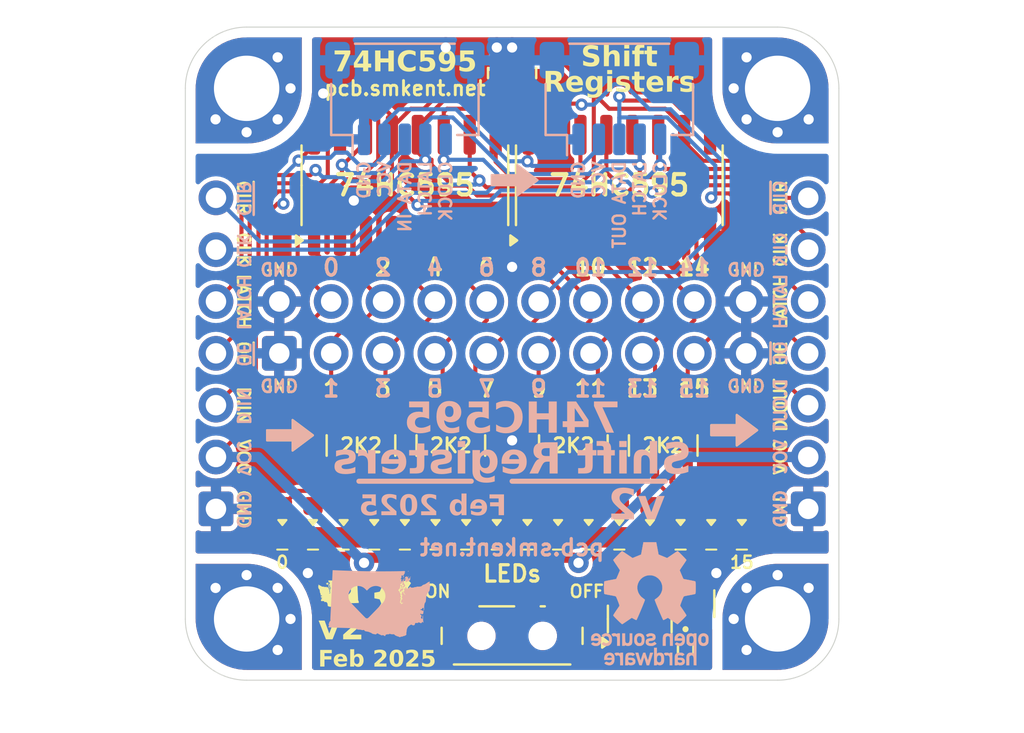
<source format=kicad_pcb>
(kicad_pcb (version 20240108) (generator "pcbnew") (generator_version "8.0")
  (layers (0 "F.Cu" signal) (31 "B.Cu" signal) (34 "B.Paste" user) (35 "F.Paste" user) (36 "B.SilkS" user "B.Silkscreen") (37 "F.SilkS" user "F.Silkscreen") (38 "B.Mask" user) (39 "F.Mask" user) (44 "Edge.Cuts" user))
  (net 0 "")
  (net 1 "Clear")
  (net 2 "OE")
  (net 3 "Latch")
  (net 4 "GND")
  (net 5 "VCC")
  (net 6 "Data")
  (net 7 "Clock")
  (net 8 "Data_Out")
  (net 9 "OUT12")
  (net 10 "OUT1")
  (net 11 "OUT4")
  (net 12 "OUT11")
  (net 13 "OUT2")
  (net 14 "OUT0")
  (net 15 "OUT9")
  (net 16 "OUT5")
  (net 17 "OUT13")
  (net 18 "OUT15")
  (net 19 "OUT14")
  (net 20 "OUT7")
  (net 21 "OUT10")
  (net 22 "OUT6")
  (net 23 "OUT8")
  (net 24 "OUT3")
  (net 25 "LED_GND")
  (net 26 "Net-(LED1-A)")
  (net 27 "Net-(LED2-A)")
  (net 28 "Net-(LED3-A)")
  (net 29 "Net-(LED4-A)")
  (net 30 "Net-(LED5-A)")
  (net 31 "Net-(LED6-A)")
  (net 32 "Net-(LED7-A)")
  (net 33 "Net-(LED8-A)")
  (net 34 "Net-(LED9-A)")
  (net 35 "Net-(LED10-A)")
  (net 36 "Net-(LED11-A)")
  (net 37 "Net-(LED12-A)")
  (net 38 "Net-(LED13-A)")
  (net 39 "Net-(LED14-A)")
  (net 40 "Net-(LED15-A)")
  (net 41 "Net-(LED16-A)")
  (net 42 "LED_GND_GATE_T")
  (net 43 "Data2")
  (footprint "discrete:LED_0603_1608Metric" (layer "F.Cu") (at 61.75 44.25 90)
    (property "Reference" "LED3" (hide yes))
    (property "Value" "LED")
  )
  (footprint "discrete:LED_0603_1608Metric" (layer "F.Cu") (at 58.75 44.25 90)
    (property "Reference" "LED1" (hide yes))
    (property "Value" "LED")
  )
  (footprint "discrete:LED_0603_1608Metric" (layer "F.Cu") (at 64.75 44.25 90)
    (property "Reference" "LED5" (hide yes))
    (property "Value" "LED")
  )
  (footprint "discrete:LED_0603_1608Metric" (layer "F.Cu") (at 76.75 44.25 90)
    (property "Reference" "LED13" (hide yes))
    (property "Value" "LED")
  )
  (footprint "discrete:R_Array_Convex_4x0402" (layer "F.Cu") (at 70 22.25 -90)
    (property "Reference" "RN0" (hide yes))
    (property "Value" "10K")
  )
  (footprint "mechanical:MountingHole_3.2mm_M3_5.4mm_Pad_Via_corner" (layer "F.Cu") (at 57 23 -90)
    (property "Reference" "REF**" (hide yes))
    (property "Value" "MountingHole_3.2mm_M3_5.4mm_Pad_Via_corner" (hide yes))
  )
  (footprint "graphics:oshw-logo-2mm" (layer "F.Cu") (at 64.25 47.75)
    (property "Reference" "G***" (hide yes))
    (property "Value" "LOGO" (hide yes))
  )
  (footprint "discrete:R_Array_Convex_4x0603_HandSolder" (layer "F.Cu") (at 77.4 40.5 90)
    (property "Reference" "RN4" (hide yes))
    (property "Value" "2K2")
  )
  (footprint "discrete:LED_0603_1608Metric" (layer "F.Cu") (at 69.25 44.25 90)
    (property "Reference" "LED8" (hide yes))
    (property "Value" "LED")
  )
  (footprint "connector:PinHeader_1x07_P2.54mm_Horizontal" (layer "F.Cu") (at 55.5 43.605 180)
    (property "Reference" "J1" (hide yes))
    (property "Value" "Pin headers")
  )
  (footprint "discrete:LED_0603_1608Metric" (layer "F.Cu") (at 63.25 44.25 90)
    (property "Reference" "LED4" (hide yes))
    (property "Value" "LED")
  )
  (footprint "discrete:R_Array_Convex_4x0603_HandSolder" (layer "F.Cu") (at 73 40.5 90)
    (property "Reference" "RN3" (hide yes))
    (property "Value" "2K2")
  )
  (footprint "Package_SO:SOIC-16_3.9x9.9mm_P1.27mm" (layer "F.Cu") (at 75.25 27.75 90)
    (property "Reference" "U2" (hide yes))
    (property "Value" "74HC595")
  )
  (footprint "discrete:LED_0603_1608Metric" (layer "F.Cu") (at 73.75 44.25 90)
    (property "Reference" "LED11" (hide yes))
    (property "Value" "LED")
  )
  (footprint "discrete:LED_0603_1608Metric" (layer "F.Cu") (at 78.25 44.25 90)
    (property "Reference" "LED14" (hide yes))
    (property "Value" "LED")
  )
  (footprint "discrete:LED_0603_1608Metric" (layer "F.Cu") (at 81.25 44.25 90)
    (property "Reference" "LED16" (hide yes))
    (property "Value" "LED")
  )
  (footprint "discrete:LED_0603_1608Metric" (layer "F.Cu") (at 60.25 44.25 90)
    (property "Reference" "LED2" (hide yes))
    (property "Value" "LED")
  )
  (footprint "package:SOT-523" (layer "F.Cu") (at 79 48.25 90)
    (property "Reference" "Q2" (hide yes))
    (property "Value" "G2N7002X")
  )
  (footprint "electromechanical:SW_SPDT_PCM12" (layer "F.Cu") (at 70 49.5)
    (property "Reference" "SW0" (hide yes))
    (property "Value" "SW_SPDT_MountingPin")
  )
  (footprint "discrete:LED_0603_1608Metric" (layer "F.Cu") (at 70.75 44.25 90)
    (property "Reference" "LED9" (hide yes))
    (property "Value" "LED")
  )
  (footprint "discrete:LED_0603_1608Metric" (layer "F.Cu") (at 66.25 44.25 90)
    (property "Reference" "LED6" (hide yes))
    (property "Value" "LED")
  )
  (footprint "connector:PinHeader_2x10_P2.54mm_Vertical" (layer "F.Cu") (at 58.6 35.985 90)
    (property "Reference" "J5" (hide yes))
    (property "Value" "Pin socket")
  )
  (footprint "discrete:LED_0603_1608Metric" (layer "F.Cu") (at 67.75 44.25 90)
    (property "Reference" "LED7" (hide yes))
    (property "Value" "LED")
  )
  (footprint "Package_TO_SOT_SMD:SOT-23" (layer "F.Cu") (at 76.25 49 90)
    (property "Reference" "Q1" (hide yes))
    (property "Value" "DMG6968U")
  )
  (footprint "mechanical:MountingHole_3.2mm_M3_5.4mm_Pad_Via_corner" (layer "F.Cu") (at 83 23 180)
    (property "Reference" "REF**" (hide yes))
    (property "Value" "MountingHole_3.2mm_M3_5.4mm_Pad_Via_corner" (hide yes))
  )
  (footprint "Package_SO:SOIC-16_3.9x9.9mm_P1.27mm" (layer "F.Cu") (at 64.75 27.75 90)
    (property "Reference" "U1" (hide yes))
    (property "Value" "74HC595")
  )
  (footprint "Resistor_SMD:R_0402_1005Metric" (layer "F.Cu") (at 78.5 50.5 -90)
    (property "Reference" "R1" (hide yes))
    (property "Value" "10K")
  )
  (footprint "graphics:wa-state-heart-2mm" (layer "F.Cu") (at 61.5 47.75)
    (property "Reference" "G***" (hide yes))
    (property "Value" "LOGO" (hide yes))
  )
  (footprint "discrete:LED_0603_1608Metric" (layer "F.Cu") (at 79.75 44.25 90)
    (property "Reference" "LED15" (hide yes))
    (property "Value" "LED")
  )
  (footprint "discrete:R_Array_Convex_4x0603_HandSolder" (layer "F.Cu") (at 62.6 40.5 90)
    (property "Reference" "RN1" (hide yes))
    (property "Value" "2K2")
  )
  (footprint "discrete:LED_0603_1608Metric" (layer "F.Cu") (at 75.25 44.25 90)
    (property "Reference" "LED12" (hide yes))
    (property "Value" "LED")
  )
  (footprint "connector:PinSocket_1x07_P2.54mm_Horizontal" (layer "F.Cu") (at 84.5 43.605 180)
    (property "Reference" "J2" (hide yes))
    (property "Value" "Pin socket")
  )
  (footprint "discrete:R_Array_Convex_4x0603_HandSolder" (layer "F.Cu") (at 67 40.5 90)
    (property "Reference" "RN2" (hide yes))
    (property "Value" "2K2")
  )
  (footprint "mechanical:MountingHole_3.2mm_M3_5.4mm_Pad_Via_corner" (layer "F.Cu") (at 83 49 90)
    (property "Reference" "REF**" (hide yes))
    (property "Value" "MountingHole_3.2mm_M3_5.4mm_Pad_Via_corner" (hide yes))
  )
  (footprint "discrete:LED_0603_1608Metric" (layer "F.Cu") (at 72.25 44.25 90)
    (property "Reference" "LED10" (hide yes))
    (property "Value" "LED")
  )
  (footprint "mechanical:MountingHole_3.2mm_M3_5.4mm_Pad_Via_corner" (layer "F.Cu") (at 57 49)
    (property "Reference" "REF**" (hide yes))
    (property "Value" "MountingHole_3.2mm_M3_5.4mm_Pad_Via_corner" (hide yes))
  )
  (footprint "connector:JST_SH_SM05B-SRSS-TB_1x05-1MP_P1.00mm_Horizontal" (layer "B.Cu") (at 64.75 23.5)
    (property "Reference" "J3")
    (property "Value" "JST SH")
  )
  (footprint "Symbol:OSHW-Logo_5.7x6mm_SilkScreen" (layer "B.Cu") (at 76.75 48.25 180)
    (property "Reference" "REF**" (hide yes))
    (property "Value" "OSHW-Logo_5.7x6mm_SilkScreen" (hide yes))
  )
  (footprint "graphics:wa-state-heart-5mm" (layer "B.Cu") (at 63.5 48.25 180)
    (property "Reference" "G***" (hide yes))
    (property "Value" "LOGO" (hide yes))
  )
  (footprint "connector:JST_SH_SM05B-SRSS-TB_1x05-1MP_P1.00mm_Horizontal" (layer "B.Cu") (at 75.25 23.5)
    (property "Reference" "J4")
    (property "Value" "JST SH")
  )
  (gr_poly (pts (xy 58 40.25) (xy 59.25 40.25) (xy 59.25 40.75) (xy 60.25 40) (xy 59.25 39.25) (xy 59.25 39.75) (xy 58 39.75)) (stroke (width 0.1)) (fill solid) (layer "B.SilkS"))
  (gr_line (start 62.5 42.25) (end 68 42.25) (stroke (width 0.25)) (layer "B.SilkS"))
  (gr_line (start 77.5 42.25) (end 70 42.25) (stroke (width 0.25)) (layer "B.SilkS"))
  (gr_poly (pts (xy 69 27.75) (xy 70.25 27.75) (xy 70.25 28.25) (xy 71.25 27.5) (xy 70.25 26.75) (xy 70.25 27.25) (xy 69 27.25)) (stroke (width 0.1)) (fill solid) (layer "B.SilkS"))
  (gr_poly (pts (xy 79.75 40) (xy 81 40) (xy 81 40.5) (xy 82 39.75) (xy 81 39) (xy 81 39.5) (xy 79.75 39.5)) (stroke (width 0.1)) (fill solid) (layer "B.SilkS"))
  (gr_poly (pts (xy 79.75 39.5) (xy 81 39.5) (xy 81 39) (xy 82 39.75) (xy 81 40.5) (xy 81 40) (xy 79.75 40)) (stroke (width 0.1)) (fill solid) (layer "F.SilkS"))
  (gr_poly (pts (xy 58 39.75) (xy 59.25 39.75) (xy 59.25 39.25) (xy 60.25 40) (xy 59.25 40.75) (xy 59.25 40.25) (xy 58 40.25)) (stroke (width 0.1)) (fill solid) (layer "F.SilkS"))
  (gr_arc (start 86 49) (mid 85.12132 51.12132) (end 83 52) (stroke (width 0.05)) (layer "Edge.Cuts"))
  (gr_line (start 54 49) (end 54 23) (stroke (width 0.05)) (layer "Edge.Cuts"))
  (gr_arc (start 54 23) (mid 54.87868 20.87868) (end 57 20) (stroke (width 0.05)) (layer "Edge.Cuts"))
  (gr_line (start 57 20) (end 83 20) (stroke (width 0.05)) (layer "Edge.Cuts"))
  (gr_arc (start 83 20) (mid 85.12132 20.87868) (end 86 23) (stroke (width 0.05)) (layer "Edge.Cuts"))
  (gr_arc (start 57 52) (mid 54.87868 51.12132) (end 54 49) (stroke (width 0.05)) (layer "Edge.Cuts"))
  (gr_line (start 86 23) (end 86 49) (stroke (width 0.05)) (layer "Edge.Cuts"))
  (gr_line (start 83 52) (end 57 52) (stroke (width 0.05)) (layer "Edge.Cuts"))
  (gr_text "CLOCK" (at 66.75 26.5 90) (layer "B.SilkS") (effects (font (size 0.6 0.6) (thickness 0.12) (bold yes)) (justify left mirror)))
  (gr_text "2" (at 63.68 32.25 0) (layer "B.SilkS") (effects (font (size 0.8 0.8) (thickness 0.16) (bold yes)) (justify bottom mirror)))
  (gr_text "pcb.smkent.net" (at 70 45.5 0) (layer "B.SilkS") (effects (font (size 0.8 0.8) (thickness 0.16) (bold yes)) (justify mirror)))
  (gr_text "12" (at 76.38 32.25 0) (layer "B.SilkS") (effects (font (size 0.8 0.8) (thickness 0.16) (bold yes)) (justify bottom mirror)))
  (gr_text "~{CLR}" (at 56.5 28.42 -90) (layer "B.SilkS") (effects (font (size 0.6 0.6) (thickness 0.12) (bold yes)) (justify bottom mirror)))
  (gr_text "7" (at 68.75 37.25 0) (layer "B.SilkS") (effects (font (size 0.8 0.8) (thickness 0.16) (bold yes)) (justify top mirror)))
  (gr_text "6" (at 68.75 32.25 0) (layer "B.SilkS") (effects (font (size 0.8 0.8) (thickness 0.16) (bold yes)) (justify bottom mirror)))
  (gr_text "Feb 2025" (at 62.5 43.5 0) (layer "B.SilkS") (effects (font (size 1 1) (thickness 0.2) (bold yes)) (justify right mirror)))
  (gr_text "~{CLR}" (at 83.5 28.365 90) (layer "B.SilkS") (effects (font (size 0.6 0.6) (thickness 0.12) (bold yes)) (justify bottom mirror)))
  (gr_text "GND" (at 73.25 26.5 90) (layer "B.SilkS") (effects (font (size 0.6 0.6) (thickness 0.12) (bold yes)) (justify left mirror)))
  (gr_text "0" (at 61.14 32.25 0) (layer "B.SilkS") (effects (font (size 0.8 0.8) (thickness 0.16) (bold yes)) (justify bottom mirror)))
  (gr_text "GND" (at 58.6 32.25 0) (layer "B.SilkS") (effects (font (size 0.6 0.6) (thickness 0.12) (bold yes)) (justify bottom mirror)))
  (gr_text "D.IN" (at 56.5 38.58 -90) (layer "B.SilkS") (effects (font (size 0.6 0.6) (thickness 0.12) (bold yes)) (justify bottom mirror)))
  (gr_text "GND" (at 81.46 32.25 0) (layer "B.SilkS") (effects (font (size 0.6 0.6) (thickness 0.12) (bold yes)) (justify bottom mirror)))
  (gr_text "13" (at 76.38 37.25 0) (layer "B.SilkS") (effects (font (size 0.8 0.8) (thickness 0.16) (bold yes)) (justify top mirror)))
  (gr_text "8" (at 71.3 32.25 0) (layer "B.SilkS") (effects (font (size 0.8 0.8) (thickness 0.16) (bold yes)) (justify bottom mirror)))
  (gr_text "GND" (at 62.75 26.5 90) (layer "B.SilkS") (effects (font (size 0.6 0.6) (thickness 0.12) (bold yes)) (justify left mirror)))
  (gr_text "1" (at 61.14 37.25 0) (layer "B.SilkS") (effects (font (size 0.8 0.8) (thickness 0.16) (bold yes)) (justify top mirror)))
  (gr_text "LATCH" (at 83.5 33.445 90) (layer "B.SilkS") (effects (font (size 0.6 0.6) (thickness 0.12) (bold yes)) (justify bottom mirror)))
  (gr_text "74HC595" (at 70 39.25 0) (layer "B.SilkS") (effects (font (size 1.5 1.5) (thickness 0.4) (bold yes)) (justify mirror)))
  (gr_text "VCC" (at 63.75 26.5 90) (layer "B.SilkS") (effects (font (size 0.6 0.6) (thickness 0.12) (bold yes)) (justify left mirror)))
  (gr_text "GND" (at 83.5 43.605 90) (layer "B.SilkS") (effects (font (size 0.6 0.6) (thickness 0.12) (bold yes)) (justify bottom mirror)))
  (gr_text "VCC" (at 74.25 26.5 90) (layer "B.SilkS") (effects (font (size 0.6 0.6) (thickness 0.12) (bold yes)) (justify left mirror)))
  (gr_text "~{OE}" (at 83.5 35.985 90) (layer "B.SilkS") (effects (font (size 0.6 0.6) (thickness 0.12) (bold yes)) (justify bottom mirror)))
  (gr_text "CLOCK" (at 77.25 26.5 90) (layer "B.SilkS") (effects (font (size 0.6 0.6) (thickness 0.12) (bold yes)) (justify left mirror)))
  (gr_text "4" (at 66.22 32.25 0) (layer "B.SilkS") (effects (font (size 0.8 0.8) (thickness 0.16) (bold yes)) (justify bottom mirror)))
  (gr_text "v2" (at 77.5 43.5 0) (layer "B.SilkS") (effects (font (size 1.5 1.5) (thickness 0.24) (bold yes)) (justify left mirror)))
  (gr_text "9" (at 71.3 37.25 0) (layer "B.SilkS") (effects (font (size 0.8 0.8) (thickness 0.16) (bold yes)) (justify top mirror)))
  (gr_text "14" (at 78.92 32.25 0) (layer "B.SilkS") (effects (font (size 0.8 0.8) (thickness 0.16) (bold yes)) (justify bottom mirror)))
  (gr_text "~{OE}" (at 56.5 36.04 -90) (layer "B.SilkS") (effects (font (size 0.6 0.6) (thickness 0.12) (bold yes)) (justify bottom mirror)))
  (gr_text "11" (at 73.84 37.25 0) (layer "B.SilkS") (effects (font (size 0.8 0.8) (thickness 0.16) (bold yes)) (justify top mirror)))
  (gr_text "LATCH" (at 76.25 26.5 90) (layer "B.SilkS") (effects (font (size 0.6 0.6) (thickness 0.12) (bold yes)) (justify left mirror)))
  (gr_text "15" (at 78.92 37.25 0) (layer "B.SilkS") (effects (font (size 0.8 0.8) (thickness 0.16) (bold yes)) (justify top mirror)))
  (gr_text "Shift Registers" (at 70 41.25 0) (layer "B.SilkS") (effects (font (size 1.5 1.5) (thickness 0.4) (bold yes)) (justify mirror)))
  (gr_text "GND" (at 58.6 37.25 0) (layer "B.SilkS") (effects (font (size 0.6 0.6) (thickness 0.12) (bold yes)) (justify top mirror)))
  (gr_text "CLK" (at 83.5 30.905 90) (layer "B.SilkS") (effects (font (size 0.6 0.6) (thickness 0.12) (bold yes)) (justify bottom mirror)))
  (gr_text "LATCH" (at 65.75 26.5 90) (layer "B.SilkS") (effects (font (size 0.6 0.6) (thickness 0.12) (bold yes)) (justify left mirror)))
  (gr_text "GND" (at 56.5 43.66 -90) (layer "B.SilkS") (effects (font (size 0.6 0.6) (thickness 0.12) (bold yes)) (justify bottom mirror)))
  (gr_text "10" (at 73.84 32.25 0) (layer "B.SilkS") (effects (font (size 0.8 0.8) (thickness 0.16) (bold yes)) (justify bottom mirror)))
  (gr_text "DATA IN" (at 64.75 26.5 90) (layer "B.SilkS") (effects (font (size 0.6 0.6) (thickness 0.12) (bold yes)) (justify left mirror)))
  (gr_text "VCC" (at 56.5 41.12 -90) (layer "B.SilkS") (effects (font (size 0.6 0.6) (thickness 0.12) (bold yes)) (justify bottom mirror)))
  (gr_text "D.OUT" (at 83.5 38.525 90) (layer "B.SilkS") (effects (font (size 0.6 0.6) (thickness 0.12) (bold yes)) (justify bottom mirror)))
  (gr_text "DATA OUT" (at 75.25 26.5 90) (layer "B.SilkS") (effects (font (size 0.6 0.6) (thickness 0.12) (bold yes)) (justify left mirror)))
  (gr_text "3" (at 63.68 37.25 0) (layer "B.SilkS") (effects (font (size 0.8 0.8) (thickness 0.16) (bold yes)) (justify top mirror)))
  (gr_text "CLK" (at 56.5 30.96 -90) (layer "B.SilkS") (effects (font (size 0.6 0.6) (thickness 0.12) (bold yes)) (justify bottom mirror)))
  (gr_text "LATCH" (at 56.5 33.5 -90) (layer "B.SilkS") (effects (font (size 0.6 0.6) (thickness 0.12) (bold yes)) (justify bottom mirror)))
  (gr_text "VCC" (at 83.5 41.065 90) (layer "B.SilkS") (effects (font (size 0.6 0.6) (thickness 0.12) (bold yes)) (justify bottom mirror)))
  (gr_text "5" (at 66.22 37.25 0) (layer "B.SilkS") (effects (font (size 0.8 0.8) (thickness 0.16) (bold yes)) (justify top mirror)))
  (gr_text "GND" (at 81.46 37.25 0) (layer "B.SilkS") (effects (font (size 0.6 0.6) (thickness 0.12) (bold yes)) (justify top mirror)))
  (gr_text "2" (at 63.68 32.25 0) (layer "F.SilkS") (effects (font (size 0.8 0.8) (thickness 0.16) (bold yes)) (justify bottom)))
  (gr_text "0" (at 61.14 32.25 0) (layer "F.SilkS") (effects (font (size 0.8 0.8) (thickness 0.16) (bold yes)) (justify bottom)))
  (gr_text "GND" (at 58.6 32.25 0) (layer "F.SilkS") (effects (font (size 0.6 0.6) (thickness 0.12) (bold yes)) (justify bottom)))
  (gr_text "GND" (at 81.46 37.25 0) (layer "F.SilkS") (effects (font (size 0.6 0.6) (thickness 0.12) (bold yes)) (justify top)))
  (gr_text "LEDs" (at 70 47.25 0) (layer "F.SilkS") (effects (font (size 0.8 0.8) (thickness 0.16) (bold yes)) (justify bottom)))
  (gr_text "4" (at 66.22 32.25 0) (layer "F.SilkS") (effects (font (size 0.8 0.8) (thickness 0.16) (bold yes)) (justify bottom)))
  (gr_text "VCC" (at 56.5 41.065 -90) (layer "F.SilkS") (effects (font (size 0.6 0.6) (thickness 0.12) (bold yes)) (justify bottom)))
  (gr_text "~{OE}" (at 83.5 35.985 90) (layer "F.SilkS") (effects (font (size 0.6 0.6) (thickness 0.12) (bold yes)) (justify bottom)))
  (gr_text "74HC595" (at 75.25 27.75 0) (layer "F.SilkS") (effects (font (size 1 1) (thickness 0.2) (bold yes))))
  (gr_text "LATCH" (at 56.5 33.445 -90) (layer "F.SilkS") (effects (font (size 0.6 0.6) (thickness 0.12) (bold yes)) (justify bottom)))
  (gr_text "D.OUT" (at 83.5 38.525 90) (layer "F.SilkS") (effects (font (size 0.6 0.6) (thickness 0.12) (bold yes)) (justify bottom)))
  (gr_text "7" (at 68.76 37.25 0) (layer "F.SilkS") (effects (font (size 0.8 0.8) (thickness 0.16) (bold yes)) (justify top)))
  (gr_text "74HC595" (at 64.75 27.75 0) (layer "F.SilkS") (effects (font (size 1 1) (thickness 0.2) (bold yes))))
  (gr_text "v2" (at 60.5 49.5 0) (layer "F.SilkS") (effects (font (size 1.2 1.2) (thickness 0.24) (bold yes)) (justify left)))
  (gr_text "9" (at 71.3 37.25 0) (layer "F.SilkS") (effects (font (size 0.8 0.8) (thickness 0.16) (bold yes)) (justify top)))
  (gr_text "GND" (at 58.6 37.25 0) (layer "F.SilkS") (effects (font (size 0.6 0.6) (thickness 0.12) (bold yes)) (justify top)))
  (gr_text "VCC" (at 83.5 41.065 90) (layer "F.SilkS") (effects (font (size 0.6 0.6) (thickness 0.12) (bold yes)) (justify bottom)))
  (gr_text "GND" (at 83.5 43.605 90) (layer "F.SilkS") (effects (font (size 0.6 0.6) (thickness 0.12) (bold yes)) (justify bottom)))
  (gr_text "~{CLR}" (at 56.5 28.365 -90) (layer "F.SilkS") (effects (font (size 0.6 0.6) (thickness 0.12) (bold yes)) (justify bottom)))
  (gr_text "12" (at 76.38 32.25 0) (layer "F.SilkS") (effects (font (size 0.8 0.8) (thickness 0.16) (bold yes)) (justify bottom)))
  (gr_text "~{OE}" (at 56.5 35.985 -90) (layer "F.SilkS") (effects (font (size 0.6 0.6) (thickness 0.12) (bold yes)) (justify bottom)))
  (gr_text "Registers" (at 75.25 22.75 0) (layer "F.SilkS") (effects (font (size 1 1) (thickness 0.4) (bold yes))))
  (gr_text "15" (at 81.25 45.875 0) (layer "F.SilkS") (effects (font (size 0.6 0.6) (thickness 0.12) (bold yes)) (justify top)))
  (gr_text "11" (at 73.84 37.25 0) (layer "F.SilkS") (effects (font (size 0.8 0.8) (thickness 0.16) (bold yes)) (justify top)))
  (gr_text "8" (at 71.3 32.25 0) (layer "F.SilkS") (effects (font (size 0.8 0.8) (thickness 0.16) (bold yes)) (justify bottom)))
  (gr_text "14" (at 78.92 32.25 0) (layer "F.SilkS") (effects (font (size 0.8 0.8) (thickness 0.16) (bold yes)) (justify bottom)))
  (gr_text "15" (at 78.92 37.25 0) (layer "F.SilkS") (effects (font (size 0.8 0.8) (thickness 0.16) (bold yes)) (justify top)))
  (gr_text "74HC595" (at 64.75 21.75 0) (layer "F.SilkS") (effects (font (size 1 1) (thickness 0.4) (bold yes))))
  (gr_text "3" (at 63.68 37.25 0) (layer "F.SilkS") (effects (font (size 0.8 0.8) (thickness 0.16) (bold yes)) (justify top)))
  (gr_text "5" (at 66.22 37.25 0) (layer "F.SilkS") (effects (font (size 0.8 0.8) (thickness 0.16) (bold yes)) (justify top)))
  (gr_text "CLK" (at 56.5 30.905 -90) (layer "F.SilkS") (effects (font (size 0.6 0.6) (thickness 0.12) (bold yes)) (justify bottom)))
  (gr_text "10" (at 73.84 32.25 0) (layer "F.SilkS") (effects (font (size 0.8 0.8) (thickness 0.16) (bold yes)) (justify bottom)))
  (gr_text "0" (at 58.75 45.875 0) (layer "F.SilkS") (effects (font (size 0.6 0.6) (thickness 0.12) (bold yes)) (justify top)))
  (gr_text "CLK" (at 83.5 30.905 90) (layer "F.SilkS") (effects (font (size 0.6 0.6) (thickness 0.12) (bold yes)) (justify bottom)))
  (gr_text "ON" (at 66.35 48 0) (layer "F.SilkS") (effects (font (size 0.6 0.6) (thickness 0.12) (bold yes)) (justify bottom)))
  (gr_text "D.IN" (at 56.5 38.525 -90) (layer "F.SilkS") (effects (font (size 0.6 0.6) (thickness 0.12) (bold yes)) (justify bottom)))
  (gr_text "GND" (at 81.46 32.25 0) (layer "F.SilkS") (effects (font (size 0.6 0.6) (thickness 0.12) (bold yes)) (justify bottom)))
  (gr_text "Shift" (at 75.25 21.5 0) (layer "F.SilkS") (effects (font (size 1 1) (thickness 0.4) (bold yes))))
  (gr_text "Feb 2025" (at 60.5 51 0) (layer "F.SilkS") (effects (font (size 0.8 0.8) (thickness 0.2) (bold yes)) (justify left)))
  (gr_text "~{CLR}" (at 83.5 28.365 90) (layer "F.SilkS") (effects (font (size 0.6 0.6) (thickness 0.12) (bold yes)) (justify bottom)))
  (gr_text "1" (at 61.14 37.25 0) (layer "F.SilkS") (effects (font (size 0.8 0.8) (thickness 0.16) (bold yes)) (justify top)))
  (gr_text "13" (at 76.38 37.25 0) (layer "F.SilkS") (effects (font (size 0.8 0.8) (thickness 0.16) (bold yes)) (justify top)))
  (gr_text "6" (at 68.76 32.25 0) (layer "F.SilkS") (effects (font (size 0.8 0.8) (thickness 0.16) (bold yes)) (justify bottom)))
  (gr_text "OFF" (at 73.65 48 0) (layer "F.SilkS") (effects (font (size 0.6 0.6) (thickness 0.12) (bold yes)) (justify bottom)))
  (gr_text "LATCH" (at 83.5 33.445 90) (layer "F.SilkS") (effects (font (size 0.6 0.6) (thickness 0.12) (bold yes)) (justify bottom)))
  (gr_text "pcb.smkent.net" (at 64.75 23 0) (layer "F.SilkS") (effects (font (size 0.7 0.7) (thickness 0.14) (bold yes))))
  (gr_text "GND" (at 56.5 43.605 -90) (layer "F.SilkS") (effects (font (size 0.6 0.6) (thickness 0.12) (bold yes)) (justify bottom)))
  (segment (start 68.4 27.5163) (end 67.925 27.0413) (width 0.2) (layer "F.Cu") (net 1))
  (segment (start 83.115 28.365) (end 84.5 28.365) (width 0.2) (layer "F.Cu") (net 1))
  (segment (start 67.925 27.0413) (end 67.925 25.275) (width 0.2) (layer "F.Cu") (net 1))
  (segment (start 72.5 21.75) (end 74 23.25) (width 0.2) (layer "F.Cu") (net 1))
  (segment (start 74 27) (end 74 23.25) (width 0.2) (layer "F.Cu") (net 1))
  (segment (start 68.7337 27.85) (end 73.15 27.85) (width 0.2) (layer "F.Cu") (net 1))
  (segment (start 78.425 25.620552) (end 79.354448 26.55) (width 0.2) (layer "F.Cu") (net 1))
  (segment (start 77.495552 24) (end 78.425 24.929448) (width 0.2) (layer "F.Cu") (net 1))
  (segment (start 68.4 27.5163) (end 68.7337 27.85) (width 0.2) (layer "F.Cu") (net 1))
  (segment (start 78.425 24.929448) (end 78.425 25.275) (width 0.2) (layer "F.Cu") (net 1))
  (segment (start 78.425 25.275) (end 78.425 25.620552) (width 0.2) (layer "F.Cu") (net 1))
  (segment (start 70.75 21.75) (end 72.5 21.75) (width 0.2) (layer "F.Cu") (net 1))
  (segment (start 81.3 26.55) (end 83.115 28.365) (width 0.2) (layer "F.Cu") (net 1))
  (segment (start 79.354448 26.55) (end 81.3 26.55) (width 0.2) (layer "F.Cu") (net 1))
  (segment (start 74 23.25) (end 74.75 24) (width 0.2) (layer "F.Cu") (net 1))
  (segment (start 74.75 24) (end 77.495552 24) (width 0.2) (layer "F.Cu") (net 1))
  (segment (start 73.15 27.85) (end 74 27) (width 0.2) (layer "F.Cu") (net 1))
  (via (at 68.4 27.5163) (size 0.6) (drill 0.3) (layers "F.Cu" "B.Cu") (net 1))
  (segment (start 68.4 27.5163) (end 68.2 27.7163) (width 0.2) (layer "B.Cu") (net 1))
  (segment (start 57.64 30.505) (end 55.5 28.365) (width 0.2) (layer "B.Cu") (net 1))
  (segment (start 64.953555 27.7163) (end 62.164855 30.505) (width 0.2) (layer "B.Cu") (net 1))
  (segment (start 62.164855 30.505) (end 57.64 30.505) (width 0.2) (layer "B.Cu") (net 1))
  (segment (start 68.2 27.7163) (end 64.953555 27.7163) (width 0.2) (layer "B.Cu") (net 1))
  (segment (start 83.35 34.835) (end 84.5 35.985) (width 0.2) (layer "F.Cu") (net 2))
  (segment (start 74.615 25.275) (end 74.615 27.10673) (width 0.2) (layer "F.Cu") (net 2))
  (segment (start 69.25 22.75) (end 68.8 23.2) (width 0.2) (layer "F.Cu") (net 2))
  (segment (start 56.65 32.165686) (end 57.15 31.665686) (width 0.2) (layer "F.Cu") (net 2))
  (segment (start 57.15 28.884314) (end 58.384314 27.65) (width 0.2) (layer "F.Cu") (net 2))
  (segment (start 58.384314 27.65) (end 60.6 27.65) (width 0.2) (layer "F.Cu") (net 2))
  (segment (start 55.5 35.985) (end 56.65 34.835) (width 0.2) (layer "F.Cu") (net 2))
  (segment (start 56.65 34.835) (end 56.65 32.165686) (width 0.2) (layer "F.Cu") (net 2))
  (segment (start 57.15 31.665686) (end 57.15 28.884314) (width 0.2) (layer "F.Cu") (net 2))
  (segment (start 66.484314 23.2) (end 65.684314 24) (width 0.2) (layer "F.Cu") (net 2))
  (segment (start 82.95 29.897058) (end 82.95 32.460686) (width 0.2) (layer "F.Cu") (net 2))
  (segment (start 83.35 32.860686) (end 83.35 34.835) (width 0.2) (layer "F.Cu") (net 2))
  (segment (start 64.115 24.363762) (end 64.115 25.275) (width 0.2) (layer "F.Cu") (net 2))
  (segment (start 61.634448 23.6) (end 63.351238 23.6) (width 0.2) (layer "F.Cu") (net 2))
  (segment (start 82.95 32.460686) (end 83.35 32.860686) (width 0.2) (layer "F.Cu") (net 2))
  (segment (start 64.115 27.46353) (end 64.115 25.275) (width 0.2) (layer "F.Cu") (net 2))
  (segment (start 68.8 23.2) (end 66.484314 23.2) (width 0.2) (layer "F.Cu") (net 2))
  (segment (start 65.36777 28.7163) (end 64.115 27.46353) (width 0.2) (layer "F.Cu") (net 2))
  (segment (start 80.802942 27.75) (end 82.95 29.897058) (width 0.2) (layer "F.Cu") (net 2))
  (segment (start 74.615 27.10673) (end 75.08327 27.575) (width 0.2) (layer "F.Cu") (net 2))
  (segment (start 63.351238 23.6) (end 64.115 24.363762) (width 0.2) (layer "F.Cu") (net 2))
  (segment (start 65.044448 24) (end 64.115 24.929448) (width 0.2) (layer "F.Cu") (net 2))
  (segment (start 65.684314 24) (end 65.044448 24) (width 0.2) (layer "F.Cu") (net 2))
  (segment (start 60.975 24.259448) (end 61.634448 23.6) (width 0.2) (layer "F.Cu") (net 2))
  (segment (start 77.210674 27.75) (end 80.802942 27.75) (width 0.2) (layer "F.Cu") (net 2))
  (segment (start 60.6 27.65) (end 60.975 27.275) (width 0.2) (layer "F.Cu") (net 2))
  (segment (start 64.115 24.929448) (end 64.115 25.275) (width 0.2) (layer "F.Cu") (net 2))
  (segment (start 76.860674 28.1) (end 77.210674 27.75) (width 0.2) (layer "F.Cu") (net 2))
  (segment (start 60.975 27.275) (end 60.975 24.259448) (width 0.2) (layer "F.Cu") (net 2))
  (via (at 75.08327 27.575) (size 0.6) (drill 0.3) (layers "F.Cu" "B.Cu") (net 2))
  (via (at 76.860674 28.1) (size 0.6) (drill 0.3) (layers "F.Cu" "B.Cu") (net 2))
  (via (at 65.36777 28.7163) (size 0.6) (drill 0.3) (layers "F.Cu" "B.Cu") (net 2))
  (segment (start 75.08327 27.575) (end 75.660785 27.575) (width 0.2) (layer "B.Cu") (net 2))
  (segment (start 75.08327 27.575) (end 74.507157 27.575) (width 0.2) (layer "B.Cu") (net 2))
  (segment (start 75.835785 27.75) (end 76.510674 27.75) (width 0.2) (layer "B.Cu") (net 2))
  (segment (start 75.660785 27.575) (end 75.835785 27.75) (width 0.2) (layer "B.Cu") (net 2))
  (segment (start 76.510674 27.75) (end 76.860674 28.1) (width 0.2) (layer "B.Cu") (net 2))
  (segment (start 74.082157 28) (end 69.439215 28) (width 0.2) (layer "B.Cu") (net 2))
  (segment (start 69.439215 28) (end 68.922915 28.5163) (width 0.2) (layer "B.Cu") (net 2))
  (segment (start 74.507157 27.575) (end 74.082157 28) (width 0.2) (layer "B.Cu") (net 2))
  (segment (start 68.922915 28.5163) (end 65.56777 28.5163) (width 0.2) (layer "B.Cu") (net 2))
  (segment (start 65.56777 28.5163) (end 65.36777 28.7163) (width 0.2) (layer "B.Cu") (net 2))
  (segment (start 66.65 23.6) (end 69.35 23.6) (width 0.2) (layer "F.Cu") (net 3))
  (segment (start 75.5 28.25) (end 76.25 27.5) (width 0.2) (layer "F.Cu") (net 3))
  (segment (start 56.25 32.695) (end 55.5 33.445) (width 0.2) (layer "F.Cu") (net 3))
  (segment (start 65.385 25.275) (end 65.385 24.865) (width 0.2) (layer "F.Cu") (net 3))
  (segment (start 56.25 32) (end 56.25 32.695) (width 0.2) (layer "F.Cu") (net 3))
  (segment (start 66.055 26.5) (end 66.055 26.748529) (width 0.2) (layer "F.Cu") (net 3))
  (segment (start 84.5 33.445) (end 83.35 32.295) (width 0.2) (layer "F.Cu") (net 3))
  (segment (start 76.25 25.64) (end 75.885 25.275) (width 0.2) (layer "F.Cu") (net 3))
  (segment (start 58.218628 27.25) (end 56.75 28.718628) (width 0.2) (layer "F.Cu") (net 3))
  (segment (start 76.25 26.75) (end 76.25 27.5) (width 0.2) (layer "F.Cu") (net 3))
  (segment (start 65.385 26.135) (end 65.385 25.275) (width 0.2) (layer "F.Cu") (net 3))
  (segment (start 67.0713 27.764829) (end 67.8 27.764829) (width 0.2) (layer "F.Cu") (net 3))
  (segment (start 65.75 26.5) (end 66.055 26.5) (width 0.2) (layer "F.Cu") (net 3))
  (segment (start 83.35 29.731372) (end 80.968628 27.35) (width 0.2) (layer "F.Cu") (net 3))
  (segment (start 66.055 26.748529) (end 67.0713 27.764829) (width 0.2) (layer "F.Cu") (net 3))
  (segment (start 56.75 31.5) (end 56.25 32) (width 0.2) (layer "F.Cu") (net 3))
  (segment (start 68.285171 28.25) (end 75.5 28.25) (width 0.2) (layer "F.Cu") (net 3))
  (segment (start 76.25 26.75) (end 76.25 25.64) (width 0.2) (layer "F.Cu") (net 3))
  (segment (start 56.75 28.718628) (end 56.75 31.5) (width 0.2) (layer "F.Cu") (net 3))
  (segment (start 65.385 24.865) (end 66.65 23.6) (width 0.2) (layer "F.Cu") (net 3))
  (segment (start 60.125736 27.25) (end 58.218628 27.25) (width 0.2) (layer "F.Cu") (net 3))
  (segment (start 65.75 26.5) (end 65.385 26.135) (width 0.2) (layer "F.Cu") (net 3))
  (segment (start 69.35 23.6) (end 69.75 23.2) (width 0.2) (layer "F.Cu") (net 3))
  (segment (start 80.968628 27.35) (end 76.4 27.35) (width 0.2) (layer "F.Cu") (net 3))
  (segment (start 76.4 27.35) (end 76.25 27.5) (width 0.2) (layer "F.Cu") (net 3))
  (segment (start 60.375 27.000736) (end 60.125736 27.25) (width 0.2) (layer "F.Cu") (net 3))
  (segment (start 83.35 32.295) (end 83.35 29.731372) (width 0.2) (layer "F.Cu") (net 3))
  (segment (start 69.75 23.2) (end 69.75 22.75) (width 0.2) (layer "F.Cu") (net 3))
  (segment (start 67.8 27.764829) (end 68.285171 28.25) (width 0.2) (layer "F.Cu") (net 3))
  (via (at 76.25 26.75) (size 0.6) (drill 0.3) (layers "F.Cu" "B.Cu") (net 3))
  (via (at 65.75 26.5) (size 0.6) (drill 0.3) (layers "F.Cu" "B.Cu") (net 3))
  (via (at 60.375 27.000736) (size 0.6) (drill 0.3) (layers "F.Cu" "B.Cu") (net 3))
  (segment (start 76.25 26.75) (end 76.075 26.575) (width 0.2) (layer "B.Cu") (net 3))
  (segment (start 63.681238 27.55) (end 64.656238 26.575) (width 0.2) (layer "B.Cu") (net 3))
  (segment (start 60.375 27.000736) (end 60.724263 27.349999) (width 0.2) (layer "B.Cu") (net 3))
  (segment (start 60.724263 27.349999) (end 61.701625 27.349999) (width 0.2) (layer "B.Cu") (net 3))
  (segment (start 65.75 24.75) (end 65.75 25.5) (width 0.2) (layer "B.Cu") (net 3))
  (segment (start 61.901626 27.55) (end 63.681238 27.55) (width 0.2) (layer "B.Cu") (net 3))
  (segment (start 65.675 26.575) (end 65.75 26.5) (width 0.2) (layer "B.Cu") (net 3))
  (segment (start 65.75 26.5) (end 65.75 25.5) (width 0.2) (layer "B.Cu") (net 3))
  (segment (start 64.656238 26.575) (end 65.675 26.575) (width 0.2) (layer "B.Cu") (net 3))
  (segment (start 74.375785 26.575) (end 73.750785 27.2) (width 0.2) (layer "B.Cu") (net 3))
  (segment (start 69.865552 27.2) (end 67.090552 24.425) (width 0.2) (layer "B.Cu") (net 3))
  (segment (start 76.075 26.575) (end 74.375785 26.575) (width 0.2) (layer "B.Cu") (net 3))
  (segment (start 66.075 24.425) (end 65.75 24.75) (width 0.2) (layer "B.Cu") (net 3))
  (segment (start 67.090552 24.425) (end 66.075 24.425) (width 0.2) (layer "B.Cu") (net 3))
  (segment (start 73.750785 27.2) (end 69.865552 27.2) (width 0.2) (layer "B.Cu") (net 3))
  (segment (start 76.25 25.5) (end 76.25 26.75) (width 0.2) (layer "B.Cu") (net 3))
  (segment (start 61.701625 27.349999) (end 61.901626 27.55) (width 0.2) (layer "B.Cu") (net 3))
  (segment (start 69.775 30.225) (end 70 30) (width 0.2) (layer "F.Cu") (net 4))
  (segment (start 79.5 49.5) (end 79 49.5) (width 0.2) (layer "F.Cu") (net 4))
  (segment (start 68.525 30.25) (end 68.525 29.025) (width 0.2) (layer "F.Cu") (net 4))
  (segment (start 68.525 30.225) (end 68.525 30.25) (width 0.2) (layer "F.Cu") (net 4))
  (segment (start 79.5 48.895) (end 79.5 49.5) (width 0.2) (layer "F.Cu") (net 4))
  (segment (start 69.195 30.225) (end 69.775 30.225) (width 0.2) (layer "F.Cu") (net 4))
  (segment (start 79.695 29.005) (end 79.75 28.95) (width 0.2) (layer "F.Cu") (net 4))
  (segment (start 70.25 21.75) (end 70.25 22.25) (width 0.2) (layer "F.Cu") (net 4))
  (segment (start 79.025 30.25) (end 79.025 31.240552) (width 0.2) (layer "F.Cu") (net 4))
  (segment (start 79.25 28.75) (end 79.45 28.95) (width 0.2) (layer "F.Cu") (net 4))
  (segment (start 79.695 29.695) (end 79.695 30.225) (width 0.2) (layer "F.Cu") (net 4))
  (segment (start 79.025 30.25) (end 79.025 29.025) (width 0.2) (layer "F.Cu") (net 4))
  (segment (start 79.05 30.225) (end 79.025 30.25) (width 0.2) (layer "F.Cu") (net 4))
  (segment (start 69.25 21.75) (end 69.25 22.25) (width 0.2) (layer "F.Cu") (net 4))
  (segment (start 68.525 31.017968) (end 69.128516 31.621484) (width 0.2) (layer "F.Cu") (net 4))
  (segment (start 79 49.5) (end 79 48.25) (width 0.2) (layer "F.Cu") (net 4))
  (segment (start 69.75 22.25) (end 70.25 22.25) (width 0.2) (layer "F.Cu") (net 4))
  (segment (start 79.695 30.225) (end 79.695 29.005) (width 0.2) (layer "F.Cu") (net 4))
  (segment (start 77.2 49.9375) (end 77.6875 49.9375) (width 0.2) (layer "F.Cu") (net 4))
  (segment (start 69.25 22.25) (end 68.25 22.25) (width 0.2) (layer "F.Cu") (net 4))
  (segment (start 69.25 22.25) (end 69.75 22.25) (width 0.2) (layer "F.Cu") (net 4))
  (segment (start 70 30) (end 70 29) (width 0.2) (layer "F.Cu") (net 4))
  (segment (start 79 48.25) (end 79.5 48.25) (width 0.2) (layer "F.Cu") (net 4))
  (segment (start 79.025 29.025) (end 78.75 28.75) (width 0.2) (layer "F.Cu") (net 4))
  (segment (start 78.75 28.75) (end 79.695 29.695) (width 0.2) (layer "F.Cu") (net 4))
  (segment (start 70.25 22.25) (end 71.75 22.25) (width 0.2) (layer "F.Cu") (net 4))
  (segment (start 68.525 30.225) (end 68.525 31.017968) (width 0.2) (layer "F.Cu") (net 4))
  (segment (start 78.75 28.75) (end 79.25 28.75) (width 0.2) (layer "F.Cu") (net 4))
  (segment (start 69.75 21.75) (end 69.75 22.25) (width 0.2) (layer "F.Cu") (net 4))
  (segment (start 77.88 50.13) (end 77.88 50.88) (width 0.2) (layer "F.Cu") (net 4))
  (segment (start 69.195 30.225) (end 68.525 30.225) (width 0.2) (layer "F.Cu") (net 4))
  (segment (start 79.695 30.225) (end 79.05 30.225) (width 0.2) (layer "F.Cu") (net 4))
  (segment (start 70.25 28.75) (end 78.75 28.75) (width 0.2) (layer "F.Cu") (net 4))
  (segment (start 70 29) (end 70.25 28.75) (width 0.2) (layer "F.Cu") (net 4))
  (segment (start 79.45 28.95) (end 79.75 28.95) (width 0.2) (layer "F.Cu") (net 4))
  (segment (start 79.75 28.95) (end 80.3 28.95) (width 0.2) (layer "F.Cu") (net 4))
  (segment (start 77.6875 49.9375) (end 77.88 50.13) (width 0.2) (layer "F.Cu") (net 4))
  (via (at 66.75 21) (size 1) (drill 0.5) (layers "F.Cu" "B.Cu") (net 4))
  (via (at 70 31.75) (size 1) (drill 0.5) (layers "F.Cu" "B.Cu") (net 4))
  (via (at 80 46.75) (size 1) (drill 0.5) (layers "F.Cu" "B.Cu") (net 4))
  (via (at 69.25 21) (size 1) (drill 0.5) (layers "F.Cu" "B.Cu") (net 4))
  (via (at 60.75 23.25) (size 1) (drill 0.5) (layers "F.Cu" "B.Cu") (net 4))
  (via (at 62.25 28.5) (size 1) (drill 0.5) (layers "F.Cu" "B.Cu") (net 4))
  (via (at 70 40.25) (size 1) (drill 0.5) (layers "F.Cu" "B.Cu") (net 4))
  (via (at 60 46.75) (size 1) (drill 0.5) (layers "F.Cu" "B.Cu") (net 4))
  (via (at 70 21) (size 1) (drill 0.5) (layers "F.Cu" "B.Cu") (net 4))
  (segment (start 67.5 46) (end 67.75 46) (width 0.5) (layer "F.Cu") (net 5))
  (segment (start 70.805 26.52) (end 70.75 26.575) (width 0.2) (layer "F.Cu") (net 5))
  (segment (start 60.305 25.275) (end 60.305 25.78239) (width 0.2) (layer "F.Cu") (net 5))
  (segment (start 60.305 25.78239) (end 59.543695 26.543695) (width 0.2) (layer "F.Cu") (net 5))
  (segment (start 62.75 46.25) (end 63 46) (width 0.5) (layer "F.Cu") (net 5))
  (segment (start 73 46) (end 67.5 46) (width 0.5) (layer "F.Cu") (net 5))
  (segment (start 70.75 22.75) (end 70.805 22.805) (width 0.2) (layer "F.Cu") (net 5))
  (segment (start 67.75 46) (end 67.75 48.07) (width 0.5) (layer "F.Cu") (net 5))
  (segment (start 63 46) (end 67.5 46) (width 0.5) (layer "F.Cu") (net 5))
  (segment (start 73.25 46.25) (end 73 46) (width 0.5) (layer "F.Cu") (net 5))
  (segment (start 58.515686 28.65) (end 57.981372 29.184314) (width 0.2) (layer "F.Cu") (net 5))
  (segment (start 70.805 25.275) (end 70.805 26.52) (width 0.2) (layer "F.Cu") (net 5))
  (segment (start 57.981372 29.184314) (end 57.981372 31.965686) (width 0.2) (layer "F.Cu") (net 5))
  (segment (start 57.45 32.497058) (end 57.45 39.115) (width 0.2) (layer "F.Cu") (net 5))
  (segment (start 57.981372 31.965686) (end 57.45 32.497058) (width 0.2) (layer "F.Cu") (net 5))
  (segment (start 70.805 22.805) (end 70.805 25.275) (width 0.2) (layer "F.Cu") (net 5))
  (segment (start 58.8 28.65) (end 58.515686 28.65) (width 0.2) (layer "F.Cu") (net 5))
  (segment (start 57.45 39.115) (end 55.5 41.065) (width 0.2) (layer "F.Cu") (net 5))
  (via (at 62.75 46.25) (size 1) (drill 0.5) (layers "F.Cu" "B.Cu") (net 5))
  (via (at 58.8 28.65) (size 0.6) (drill 0.3) (layers "F.Cu" "B.Cu") (net 5))
  (via (at 73.25 46.25) (size 1) (drill 0.5) (layers "F.Cu" "B.Cu") (net 5))
  (via (at 70.75 26.575) (size 0.6) (drill 0.3) (layers "F.Cu" "B.Cu") (net 5))
  (via (at 59.543695 26.543695) (size 0.6) (drill 0.3) (layers "F.Cu" "B.Cu") (net 5))
  (segment (start 61.91584 26.149999) (end 62.515841 26.75) (width 0.2) (layer "B.Cu") (net 5))
  (segment (start 63.75 24.725001) (end 63.75 25.5) (width 0.2) (layer "B.Cu") (net 5))
  (segment (start 61.350001 26.149999) (end 61.91584 26.149999) (width 0.2) (layer "B.Cu") (net 5))
  (segment (start 63.274999 26.75) (end 63.75 26.274999) (width 0.2) (layer "B.Cu") (net 5))
  (segment (start 70.975 26.8) (end 70.75 26.575) (width 0.2) (layer "B.Cu") (net 5))
  (segment (start 74.25 25.5) (end 74.25 25.915552) (width 0.2) (layer "B.Cu") (net 5))
  (segment (start 59.686653 26.400736) (end 61.099264 26.400736) (width 0.2) (layer "B.Cu") (net 5))
  (segment (start 58.8 27.287389) (end 59.543695 26.543695) (width 0.2) (layer "B.Cu") (net 5))
  (segment (start 67.256238 24.025) (end 64.450001 24.025) (width 0.2) (layer "B.Cu") (net 5))
  (segment (start 64.450001 24.025) (end 63.75 24.725001) (width 0.2) (layer "B.Cu") (net 5))
  (segment (start 58.8 28.65) (end 58.8 27.287389) (width 0.2) (layer "B.Cu") (net 5))
  (segment (start 59.543695 26.543695) (end 59.686653 26.400736) (width 0.2) (layer "B.Cu") (net 5))
  (segment (start 69.806238 26.575) (end 67.256238 24.025) (width 0.2) (layer "B.Cu") (net 5))
  (segment (start 73.25 46.25) (end 78.435 41.065) (width 0.5) (layer "B.Cu") (net 5))
  (segment (start 62.75 46.25) (end 57.565 41.065) (width 0.5) (layer "B.Cu") (net 5))
  (segment (start 74.25 25.915552) (end 73.365552 26.8) (width 0.2) (layer "B.Cu") (net 5))
  (segment (start 78.435 41.065) (end 84.5 41.065) (width 0.5) (layer "B.Cu") (net 5))
  (segment (start 62.515841 26.75) (end 63.274999 26.75) (width 0.2) (layer "B.Cu") (net 5))
  (segment (start 57.565 41.065) (end 55.5 41.065) (width 0.5) (layer "B.Cu") (net 5))
  (segment (start 73.365552 26.8) (end 70.975 26.8) (width 0.2) (layer "B.Cu") (net 5))
  (segment (start 70.75 26.575) (end 69.806238 26.575) (width 0.2) (layer "B.Cu") (net 5))
  (segment (start 63.75 26.274999) (end 63.75 25.5) (width 0.2) (layer "B.Cu") (net 5))
  (segment (start 61.099264 26.400736) (end 61.350001 26.149999) (width 0.2) (layer "B.Cu") (net 5))
  (segment (start 58.55 28.05) (end 57.581372 29.018628) (width 0.2) (layer "F.Cu") (net 6))
  (segment (start 61.667311 27.148375) (end 60.765686 28.05) (width 0.2) (layer "F.Cu") (net 6))
  (segment (start 60.765686 28.05) (end 58.55 28.05) (width 0.2) (layer "F.Cu") (net 6))
  (segment (start 57.05 32.331372) (end 57.05 36.975) (width 0.2) (layer "F.Cu") (net 6))
  (segment (start 57.05 36.975) (end 55.5 38.525) (width 0.2) (layer "F.Cu") (net 6))
  (segment (start 57.581372 31.8) (end 57.05 32.331372) (width 0.2) (layer "F.Cu") (net 6))
  (segment (start 61.667311 26.749999) (end 61.715553 26.749999) (width 0.2) (layer "F.Cu") (net 6))
  (segment (start 57.581372 29.018628) (end 57.581372 31.8) (width 0.2) (layer "F.Cu") (net 6))
  (segment (start 61.667311 26.749999) (end 61.667311 27.148375) (width 0.2) (layer "F.Cu") (net 6))
  (segment (start 61.715553 26.749999) (end 62.845 25.620552) (width 0.2) (layer "F.Cu") (net 6))
  (segment (start 62.845 25.620552) (end 62.845 25.275) (width 0.2) (layer "F.Cu") (net 6))
  (via (at 61.667311 26.749999) (size 0.6) (drill 0.3) (layers "F.Cu" "B.Cu") (net 6))
  (segment (start 64.75 25.915552) (end 64.75 25.5) (width 0.2) (layer "B.Cu") (net 6))
  (segment (start 61.667311 26.749999) (end 62.067312 27.15) (width 0.2) (layer "B.Cu") (net 6))
  (segment (start 63.515552 27.15) (end 64.75 25.915552) (width 0.2) (layer "B.Cu") (net 6))
  (segment (start 62.067312 27.15) (end 63.515552 27.15) (width 0.2) (layer "B.Cu") (net 6))
  (segment (start 70.25 22.75) (end 70.25 23.265686) (width 0.2) (layer "F.Cu") (net 7))
  (segment (start 66.815686 24) (end 66.655 24.160686) (width 0.2) (layer "F.Cu") (net 7))
  (segment (start 84.5 30.315686) (end 84.5 30.905) (width 0.2) (layer "F.Cu") (net 7))
  (segment (start 81.134314 26.95) (end 84.5 30.315686) (width 0.2) (layer "F.Cu") (net 7))
  (segment (start 70.25 23.265686) (end 69.515686 24) (width 0.2) (layer "F.Cu") (net 7))
  (segment (start 77.155 25.275) (end 77.155 26.655) (width 0.2) (layer "F.Cu") (net 7))
  (segment (start 69.515686 24) (end 66.815686 24) (width 0.2) (layer "F.Cu") (net 7))
  (segment (start 77.155 26.655) (end 77.25 26.75) (width 0.2) (layer "F.Cu") (net 7))
  (segment (start 77.45 26.95) (end 81.134314 26.95) (width 0.2) (layer "F.Cu") (net 7))
  (segment (start 77.25 26.75) (end 77.45 26.95) (width 0.2) (layer "F.Cu") (net 7))
  (segment (start 66.655 24.160686) (end 66.655 25.275) (width 0.2) (layer "F.Cu") (net 7))
  (segment (start 66.655 25.275) (end 66.655 26.5) (width 0.2) (layer "F.Cu") (net 7))
  (via (at 66.655 26.5) (size 0.6) (drill 0.3) (layers "F.Cu" "B.Cu") (net 7))
  (via (at 77.25 26.75) (size 0.6) (drill 0.3) (layers "F.Cu" "B.Cu") (net 7))
  (segment (start 76.001471 27.35) (end 75.626471 26.975) (width 0.2) (layer "B.Cu") (net 7))
  (segment (start 77.25 25.5) (end 77.25 26.75) (width 0.2) (layer "B.Cu") (net 7))
  (segment (start 65.119241 28.1163) (end 62.330541 30.905) (width 0.2) (layer "B.Cu") (net 7))
  (segment (start 74.541471 26.975) (end 73.916471 27.6) (width 0.2) (layer "B.Cu") (net 7))
  (segment (start 69.273529 27.6) (end 69.699866 27.6) (width 0.2) (layer "B.Cu") (net 7))
  (segment (start 66.655 26.5) (end 68.586765 26.5) (width 0.2) (layer "B.Cu") (net 7))
  (segment (start 75.626471 26.975) (end 74.541471 26.975) (width 0.2) (layer "B.Cu") (net 7))
  (segment (start 76.65 27.35) (end 76.001471 27.35) (width 0.2) (layer "B.Cu") (net 7))
  (segment (start 66.75 25.5) (end 66.75 26.034547) (width 0.2) (layer "B.Cu") (net 7))
  (segment (start 68.586765 26.5) (end 69.273529 27.186764) (width 0.2) (layer "B.Cu") (net 7))
  (segment (start 69.273529 27.186764) (end 69.273529 27.6) (width 0.2) (layer "B.Cu") (net 7))
  (segment (start 68.757229 28.1163) (end 65.119241 28.1163) (width 0.2) (layer "B.Cu") (net 7))
  (segment (start 77.25 26.75) (end 76.65 27.35) (width 0.2) (layer "B.Cu") (net 7))
  (segment (start 62.330541 30.905) (end 55.5 30.905) (width 0.2) (layer "B.Cu") (net 7))
  (segment (start 73.916471 27.6) (end 69.699866 27.6) (width 0.2) (layer "B.Cu") (net 7))
  (segment (start 69.273529 27.6) (end 68.757229 28.1163) (width 0.2) (layer "B.Cu") (net 7))
  (segment (start 79.695 24.929448) (end 79.695 25.275) (width 0.2) (layer "F.Cu") (net 8))
  (segment (start 82.95 36.975) (end 84.5 38.525) (width 0.2) (layer "F.Cu") (net 8))
  (segment (start 77.85 23.6) (end 78.25 24) (width 0.2) (layer "F.Cu") (net 8))
  (segment (start 82.95 33.026372) (end 82.95 36.975) (width 0.2) (layer "F.Cu") (net 8))
  (segment (start 75.25 23.4) (end 75.45 23.6) (width 0.2) (layer "F.Cu") (net 8))
  (segment (start 78.25 24) (end 78.765552 24) (width 0.2) (layer "F.Cu") (net 8))
  (segment (start 79.95 28.15) (end 80.637256 28.15) (width 0.2) (layer "F.Cu") (net 8))
  (segment (start 80.637256 28.15) (end 82.55 30.062744) (width 0.2) (layer "F.Cu") (net 8))
  (segment (start 75.45 23.6) (end 77.85 23.6) (width 0.2) (layer "F.Cu") (net 8))
  (segment (start 79.75 28.35) (end 79.95 28.15) (width 0.2) (layer "F.Cu") (net 8))
  (segment (start 78.765552 24) (end 79.695 24.929448) (width 0.2) (layer "F.Cu") (net 8))
  (segment (start 82.55 32.626372) (end 82.95 33.026372) (width 0.2) (layer "F.Cu") (net 8))
  (segment (start 82.55 30.062744) (end 82.55 32.626372) (width 0.2) (layer "F.Cu") (net 8))
  (via (at 79.75 28.35) (size 0.6) (drill 0.3) (layers "F.Cu" "B.Cu") (net 8))
  (via (at 75.25 23.4) (size 0.6) (drill 0.3) (layers "F.Cu" "B.Cu") (net 8))
  (segment (start 75.25 24.425) (end 75.25 25.5) (width 0.2) (layer "B.Cu") (net 8))
  (segment (start 79.75 28.35) (end 79.95 28.15) (width 0.2) (layer "B.Cu") (net 8))
  (segment (start 79.95 28.15) (end 79.95 26.784448) (width 0.2) (layer "B.Cu") (net 8))
  (segment (start 79.95 26.784448) (end 77.590552 24.425) (width 0.2) (layer "B.Cu") (net 8))
  (segment (start 75.25 23.4) (end 75.25 25.5) (width 0.2) (layer "B.Cu") (net 8))
  (segment (start 77.590552 24.425) (end 75.25 24.425) (width 0.2) (layer "B.Cu") (net 8))
  (segment (start 75.23 35.508654) (end 75.23 36.461346) (width 0.2) (layer "F.Cu") (net 9))
  (segment (start 76.25 39.35) (end 76.2 39.4) (width 0.2) (layer "F.Cu") (net 9))
  (segment (start 75.23 36.461346) (end 76.25 37.481346) (width 0.2) (layer "F.Cu") (net 9))
  (segment (start 76.38 34.358654) (end 75.23 35.508654) (width 0.2) (layer "F.Cu") (net 9))
  (segment (start 74.615 31.68) (end 76.38 33.445) (width 0.2) (layer "F.Cu") (net 9))
  (segment (start 76.38 33.445) (end 76.38 34.358654) (width 0.2) (layer "F.Cu") (net 9))
  (segment (start 74.615 30.225) (end 74.615 31.68) (width 0.2) (layer "F.Cu") (net 9))
  (segment (start 76.25 37.481346) (end 76.25 39.35) (width 0.2) (layer "F.Cu") (net 9))
  (segment (start 61.14 35.419314) (end 61.14 35.985) (width 0.2) (layer "F.Cu") (net 10))
  (segment (start 61.14 35.985) (end 61.14 37.074314) (width 0.2) (layer "F.Cu") (net 10))
  (segment (start 62.5 34.059314) (end 61.14 35.419314) (width 0.2) (layer "F.Cu") (net 10))
  (segment (start 61.14 37.074314) (end 62.2 38.134314) (width 0.2) (layer "F.Cu") (net 10))
  (segment (start 62.5 33.178654) (end 62.5 34.059314) (width 0.2) (layer "F.Cu") (net 10))
  (segment (start 62.2 38.134314) (end 62.2 39.4) (width 0.2) (layer "F.Cu") (net 10))
  (segment (start 60.305 30.983654) (end 62.5 33.178654) (width 0.2) (layer "F.Cu") (net 10))
  (segment (start 60.305 30.225) (end 60.305 30.983654) (width 0.2) (layer "F.Cu") (net 10))
  (segment (start 64.115 30.225) (end 64.115 31.34) (width 0.2) (layer "F.Cu") (net 11))
  (segment (start 65.07 35.160685) (end 65.07 36.57) (width 0.2) (layer "F.Cu") (net 11))
  (segment (start 66.22 34.010685) (end 65.07 35.160685) (width 0.2) (layer "F.Cu") (net 11))
  (segment (start 66.22 33.445) (end 66.22 34.010685) (width 0.2) (layer "F.Cu") (net 11))
  (segment (start 65.07 36.57) (end 65.8 37.3) (width 0.2) (layer "F.Cu") (net 11))
  (segment (start 64.115 31.34) (end 66.22 33.445) (width 0.2) (layer "F.Cu") (net 11))
  (segment (start 65.8 37.3) (end 65.8 39.4) (width 0.2) (layer "F.Cu") (net 11))
  (segment (start 74.99 32.968654) (end 74.99 34.835) (width 0.2) (layer "F.Cu") (net 12))
  (segment (start 73.84 35.985) (end 74.2 36.345) (width 0.2) (layer "F.Cu") (net 12))
  (segment (start 74.99 34.835) (end 73.84 35.985) (width 0.2) (layer "F.Cu") (net 12))
  (segment (start 73.345 31.323654) (end 74.99 32.968654) (width 0.2) (layer "F.Cu") (net 12))
  (segment (start 73.345 30.225) (end 73.345 31.323654) (width 0.2) (layer "F.Cu") (net 12))
  (segment (start 74.2 36.345) (end 74.2 39.4) (width 0.2) (layer "F.Cu") (net 12))
  (segment (start 62.53 34.595) (end 63.68 33.445) (width 0.2) (layer "F.Cu") (net 13))
  (segment (start 61.575 31.34) (end 63.68 33.445) (width 0.2) (layer "F.Cu") (net 13))
  (segment (start 61.575 30.225) (end 61.575 31.34) (width 0.2) (layer "F.Cu") (net 13))
  (segment (start 63 37.014657) (end 62.53 36.544657) (width 0.2) (layer "F.Cu") (net 13))
  (segment (start 63 39.4) (end 63 37.014657) (width 0.2) (layer "F.Cu") (net 13))
  (segment (start 62.53 36.544657) (end 62.53 34.595) (width 0.2) (layer "F.Cu") (net 13))
  (segment (start 61.923596 27.457776) (end 60.931372 28.45) (width 0.2) (layer "F.Cu") (net 14))
  (segment (start 59.5 31.805) (end 61.14 33.445) (width 0.2) (layer "F.Cu") (net 14))
  (segment (start 60.931372 28.45) (end 60.3 28.45) (width 0.2) (layer "F.Cu") (net 14))
  (segment (start 61.575 25.275) (end 61.575 24.225134) (width 0.2) (layer "F.Cu") (net 14))
  (segment (start 63.445 26.511305) (end 62.498529 27.457776) (width 0.2) (layer "F.Cu") (net 14))
  (segment (start 61.800134 24) (end 63.185552 24) (width 0.2) (layer "F.Cu") (net 14))
  (segment (start 62.498529 27.457776) (end 61.923596 27.457776) (width 0.2) (layer "F.Cu") (net 14))
  (segment (start 63.185552 24) (end 63.445 24.259448) (width 0.2) (layer "F.Cu") (net 14))
  (segment (start 59.99 36.49) (end 61.4 37.9) (width 0.2) (layer "F.Cu") (net 14))
  (segment (start 63.445 24.259448) (end 63.445 26.511305) (width 0.2) (layer "F.Cu") (net 14))
  (segment (start 59.5 29.25) (end 59.5 31.805) (width 0.2) (layer "F.Cu") (net 14))
  (segment (start 60.3 28.45) (end 59.5 29.25) (width 0.2) (layer "F.Cu") (net 14))
  (segment (start 61.14 33.445) (end 59.99 34.595) (width 0.2) (layer "F.Cu") (net 14))
  (segment (start 61.575 24.225134) (end 61.800134 24) (width 0.2) (layer "F.Cu") (net 14))
  (segment (start 59.99 34.595) (end 59.99 36.49) (width 0.2) (layer "F.Cu") (net 14))
  (segment (start 61.4 37.9) (end 61.4 39.4) (width 0.2) (layer "F.Cu") (net 14))
  (segment (start 72.5 34.785) (end 71.3 35.985) (width 0.2) (layer "F.Cu") (net 15))
  (segment (start 72.6 38.459314) (end 72.6 39.4) (width 0.2) (layer "F.Cu") (net 15))
  (segment (start 70.805 31.323654) (end 72.5 33.018654) (width 0.2) (layer "F.Cu") (net 15))
  (segment (start 71.3 35.985) (end 71.3 37.159314) (width 0.2) (layer "F.Cu") (net 15))
  (segment (start 72.5 33.018654) (end 72.5 34.785) (width 0.2) (layer "F.Cu") (net 15))
  (segment (start 71.3 37.159314) (end 72.6 38.459314) (width 0.2) (layer "F.Cu") (net 15))
  (segment (start 70.805 30.225) (end 70.805 31.323654) (width 0.2) (layer "F.Cu") (net 15))
  (segment (start 66.6 36.365) (end 66.6 39.4) (width 0.2) (layer "F.Cu") (net 16))
  (segment (start 65.385 30.983654) (end 67.37 32.968654) (width 0.2) (layer "F.Cu") (net 16))
  (segment (start 67.37 32.968654) (end 67.37 34.835) (width 0.2) (layer "F.Cu") (net 16))
  (segment (start 67.37 34.835) (end 66.22 35.985) (width 0.2) (layer "F.Cu") (net 16))
  (segment (start 65.385 30.225) (end 65.385 30.983654) (width 0.2) (layer "F.Cu") (net 16))
  (segment (start 66.22 35.985) (end 66.6 36.365) (width 0.2) (layer "F.Cu") (net 16))
  (segment (start 77.75 33.188654) (end 77.75 34.615) (width 0.2) (layer "F.Cu") (net 17))
  (segment (start 76.38 35.985) (end 77 36.605) (width 0.2) (layer "F.Cu") (net 17))
  (segment (start 75.885 31.323654) (end 77.75 33.188654) (width 0.2) (layer "F.Cu") (net 17))
  (segment (start 77 36.605) (end 77 39.4) (width 0.2) (layer "F.Cu") (net 17))
  (segment (start 75.885 30.225) (end 75.885 31.323654) (width 0.2) (layer "F.Cu") (net 17))
  (segment (start 77.75 34.615) (end 76.38 35.985) (width 0.2) (layer "F.Cu") (net 17))
  (segment (start 78.6 39.4) (end 78.6 36.305) (width 0.2) (layer "F.Cu") (net 18))
  (segment (start 80.07 32.968654) (end 80.07 34.835) (width 0.2) (layer "F.Cu") (net 18))
  (segment (start 80.07 34.835) (end 78.92 35.985) (width 0.2) (layer "F.Cu") (net 18))
  (segment (start 78.425 30.225) (end 78.425 31.323654) (width 0.2) (layer "F.Cu") (net 18))
  (segment (start 78.6 36.305) (end 78.92 35.985) (width 0.2) (layer "F.Cu") (net 18))
  (segment (start 78.425 31.323654) (end 80.07 32.968654) (width 0.2) (layer "F.Cu") (net 18))
  (segment (start 77.77 39.37) (end 77.8 39.4) (width 0.2) (layer "F.Cu") (net 19))
  (segment (start 77.155 31.68) (end 78.92 33.445) (width 0.2) (layer "F.Cu") (net 19))
  (segment (start 77.155 30.225) (end 77.155 31.68) (width 0.2) (layer "F.Cu") (net 19))
  (segment (start 77.77 35.508654) (end 77.77 39.37) (width 0.2) (layer "F.Cu") (net 19))
  (segment (start 78.92 33.445) (end 78.92 34.358654) (width 0.2) (layer "F.Cu") (net 19))
  (segment (start 78.92 34.358654) (end 77.77 35.508654) (width 0.2) (layer "F.Cu") (net 19))
  (segment (start 67.925 30.225) (end 67.925 30.983654) (width 0.2) (layer "F.Cu") (net 20))
  (segment (start 67.925 30.983654) (end 69.91 32.968654) (width 0.2) (layer "F.Cu") (net 20))
  (segment (start 69.91 32.968654) (end 69.91 34.835) (width 0.2) (layer "F.Cu") (net 20))
  (segment (start 68.2 39.4) (end 68.2 36.545) (width 0.2) (layer "F.Cu") (net 20))
  (segment (start 68.2 36.545) (end 68.76 35.985) (width 0.2) (layer "F.Cu") (net 20))
  (segment (start 69.91 34.835) (end 68.76 35.985) (width 0.2) (layer "F.Cu") (net 20))
  (segment (start 73.84 34.358654) (end 72.69 35.508654) (width 0.2) (layer "F.Cu") (net 21))
  (segment (start 72.075 30.225) (end 72.075 31.68) (width 0.2) (layer "F.Cu") (net 21))
  (segment (start 73.84 33.445) (end 73.84 34.358654) (width 0.2) (layer "F.Cu") (net 21))
  (segment (start 73.4 37.4) (end 73.4 39.4) (width 0.2) (layer "F.Cu") (net 21))
  (segment (start 72.69 35.508654) (end 72.69 36.69) (width 0.2) (layer "F.Cu") (net 21))
  (segment (start 72.69 36.69) (end 73.4 37.4) (width 0.2) (layer "F.Cu") (net 21))
  (segment (start 72.075 31.68) (end 73.84 33.445) (width 0.2) (layer "F.Cu") (net 21))
  (segment (start 66.655 30.225) (end 66.655 31.34) (width 0.2) (layer "F.Cu") (net 22))
  (segment (start 68.76 34.358654) (end 68.76 33.445) (width 0.2) (layer "F.Cu") (net 22))
  (segment (start 66.655 31.34) (end 68.76 33.445) (width 0.2) (layer "F.Cu") (net 22))
  (segment (start 67.4 35.718654) (end 68.76 34.358654) (width 0.2) (layer "F.Cu") (net 22))
  (segment (start 67.4 39.4) (end 67.4 35.718654) (width 0.2) (layer "F.Cu") (net 22))
  (segment (start 73.35 23.75) (end 73.4 23.8) (width 0.2) (layer "F.Cu") (net 23))
  (segment (start 70.15 35.35) (end 70.15 36.575) (width 0.2) (layer "F.Cu") (net 23))
  (segment (start 72.625001 23.75) (end 73.35 23.75) (width 0.2) (layer "F.Cu") (net 23))
  (segment (start 72.075 25.275) (end 72.075 24.300001) (width 0.2) (layer "F.Cu") (net 23))
  (segment (start 72.075 24.300001) (end 72.625001 23.75) (width 0.2) (layer "F.Cu") (net 23))
  (segment (start 70.15 36.575) (end 71.8 38.225) (width 0.2) (layer "F.Cu") (net 23))
  (segment (start 71.3 33.445) (end 71.3 34.2) (width 0.2) (layer "F.Cu") (net 23))
  (segment (start 71.3 34.2) (end 70.15 35.35) (width 0.2) (layer "F.Cu") (net 23))
  (segment (start 71.8 38.225) (end 71.8 39.4) (width 0.2) (layer "F.Cu") (net 23))
  (via (at 73.4 23.8) (size 0.6) (drill 0.3) (layers "F.Cu" "B.Cu") (net 23))
  (segment (start 72.745 32) (end 71.3 33.445) (width 0.2) (layer "B.Cu") (net 23))
  (segment (start 73.4 23.8) (end 74.001471 23.8) (width 0.2) (layer "B.Cu") (net 23))
  (segment (start 78 32) (end 72.745 32) (width 0.2) (layer "B.Cu") (net 23))
  (segment (start 80.35 29.65) (end 78 32) (width 0.2) (layer "B.Cu") (net 23))
  (segment (start 80.35 26.618762) (end 80.35 29.65) (width 0.2) (layer "B.Cu") (net 23))
  (segment (start 76.723529 24.025) (end 77.756238 24.025) (width 0.2) (layer "B.Cu") (net 23))
  (segment (start 74.001471 23.8) (end 75.001471 22.8) (width 0.2) (layer "B.Cu") (net 23))
  (segment (start 75.498529 22.8) (end 76.723529 24.025) (width 0.2) (layer "B.Cu") (net 23))
  (segment (start 77.756238 24.025) (end 80.35 26.618762) (width 0.2) (layer "B.Cu") (net 23))
  (segment (start 75.001471 22.8) (end 75.498529 22.8) (width 0.2) (layer "B.Cu") (net 23))
  (segment (start 62.845 30.225) (end 62.845 30.983654) (width 0.2) (layer "F.Cu") (net 24))
  (segment (start 63.68 35.985) (end 64.05 36.355) (width 0.2) (layer "F.Cu") (net 24))
  (segment (start 63.8 36.105) (end 63.68 35.985) (width 0.2) (layer "F.Cu") (net 24))
  (segment (start 62.845 30.983654) (end 64.83 32.968654) (width 0.2) (layer "F.Cu") (net 24))
  (segment (start 64.83 32.968654) (end 64.83 34.835) (width 0.2) (layer "F.Cu") (net 24))
  (segment (start 64.83 34.835) (end 63.68 35.985) (width 0.2) (layer "F.Cu") (net 24))
  (segment (start 63.8 39.4) (end 63.8 36.105) (width 0.2) (layer "F.Cu") (net 24))
  (segment (start 75.5 45.2875) (end 75.25 45.0375) (width 0.2) (layer "F.Cu") (net 25))
  (segment (start 60.275 42.725) (end 59.4875 42.725) (width 0.2) (layer "F.Cu") (net 26))
  (segment (start 61.4 41.6) (end 60.275 42.725) (width 0.2) (layer "F.Cu") (net 26))
  (segment (start 59.4875 42.725) (end 58.75 43.4625) (width 0.2) (layer "F.Cu") (net 26))
  (segment (start 62.2 41.6) (end 62.2 42.199999) (width 0.2) (layer "F.Cu") (net 27))
  (segment (start 61.2125 42.5) (end 60.25 43.4625) (width 0.2) (layer "F.Cu") (net 27))
  (segment (start 62.2 42.199999) (end 61.899999 42.5) (width 0.2) (layer "F.Cu") (net 27))
  (segment (start 61.899999 42.5) (end 61.2125 42.5) (width 0.2) (layer "F.Cu") (net 27))
  (segment (start 63 42.2125) (end 63 41.6) (width 0.2) (layer "F.Cu") (net 28))
  (segment (start 61.75 43.4625) (end 63 42.2125) (width 0.2) (layer "F.Cu") (net 28))
  (segment (start 63.8 41.6) (end 63.8 42.9125) (width 0.2) (layer "F.Cu") (net 29))
  (segment (start 63.8 42.9125) (end 63.25 43.4625) (width 0.2) (layer "F.Cu") (net 29))
  (segment (start 65.8 42.4125) (end 64.75 43.4625) (width 0.2) (layer "F.Cu") (net 30))
  (segment (start 65.8 41.6) (end 65.8 42.4125) (width 0.2) (layer "F.Cu") (net 30))
  (segment (start 66.25 43.4625) (end 66.6 43.1125) (width 0.2) (layer "F.Cu") (net 31))
  (segment (start 66.6 43.1125) (end 66.6 41.6) (width 0.2) (layer "F.Cu") (net 31))
  (segment (start 67.4 43.1125) (end 67.75 43.4625) (width 0.2) (layer "F.Cu") (net 32))
  (segment (start 67.4 41.6) (end 67.4 43.1125) (width 0.2) (layer "F.Cu") (net 32))
  (segment (start 68.2 41.6) (end 68.2 42.4125) (width 0.2) (layer "F.Cu") (net 33))
  (segment (start 68.2 42.4125) (end 69.25 43.4625) (width 0.2) (layer "F.Cu") (net 33))
  (segment (start 71.8 41.6) (end 71.8 42.4125) (width 0.2) (layer "F.Cu") (net 34))
  (segment (start 71.8 42.4125) (end 70.75 43.4625) (width 0.2) (layer "F.Cu") (net 34))
  (segment (start 72.6 43.1125) (end 72.25 43.4625) (width 0.2) (layer "F.Cu") (net 35))
  (segment (start 72.6 41.6) (end 72.6 43.1125) (width 0.2) (layer "F.Cu") (net 35))
  (segment (start 73.4 41.6) (end 73.4 43.1125) (width 0.2) (layer "F.Cu") (net 36))
  (segment (start 73.4 43.1125) (end 73.75 43.4625) (width 0.2) (layer "F.Cu") (net 36))
  (segment (start 74.2 42.4125) (end 75.25 43.4625) (width 0.2) (layer "F.Cu") (net 37))
  (segment (start 74.2 41.6) (end 74.2 42.4125) (width 0.2) (layer "F.Cu") (net 37))
  (segment (start 76.2 42.9125) (end 76.75 43.4625) (width 0.2) (layer "F.Cu") (net 38))
  (segment (start 76.2 41.6) (end 76.2 42.9125) (width 0.2) (layer "F.Cu") (net 38))
  (segment (start 77 41.6) (end 77 42.2125) (width 0.2) (layer "F.Cu") (net 39))
  (segment (start 77 42.2125) (end 78.25 43.4625) (width 0.2) (layer "F.Cu") (net 39))
  (segment (start 77.8 42.3) (end 78.225 42.725) (width 0.2) (layer "F.Cu") (net 40))
  (segment (start 79.0125 42.725) (end 79.75 43.4625) (width 0.2) (layer "F.Cu") (net 40))
  (segment (start 77.8 41.6) (end 77.8 42.3) (width 0.2) (layer "F.Cu") (net 40))
  (segment (start 78.225 42.725) (end 79.0125 42.725) (width 0.2) (layer "F.Cu") (net 40))
  (segment (start 80.5125 42.725) (end 81.25 43.4625) (width 0.2) (layer "F.Cu") (net 41))
  (segment (start 78.6 41.6) (end 79.725 42.725) (width 0.2) (layer "F.Cu") (net 41))
  (segment (start 79.725 42.725) (end 80.5125 42.725) (width 0.2) (layer "F.Cu") (net 41))
  (segment (start 75.3 49.9375) (end 73.2325 49.9375) (width 0.2) (layer "F.Cu") (net 42))
  (segment (start 78.5 49.99) (end 78.5 48.895) (width 0.2) (layer "F.Cu") (net 42))
  (segment (start 70.400001 49.861372) (end 70.400001 48.419999) (width 0.2) (layer "F.Cu") (net 42))
  (segment (start 75.821948 49.928052) (end 76.855 48.895) (width 0.2) (layer "F.Cu") (net 42))
  (segment (start 75.821948 49.9375) (end 75.821948 49.928052) (width 0.2) (layer "F.Cu") (net 42))
  (segment (start 72.54 50.63) (end 71.168629 50.63) (width 0.2) (layer "F.Cu") (net 42))
  (segment (start 76.855 48.895) (end 78.5 48.895) (width 0.2) (layer "F.Cu") (net 42))
  (segment (start 70.400001 48.419999) (end 70.75 48.07) (width 0.2) (layer "F.Cu") (net 42))
  (segment (start 71.168629 50.63) (end 70.400001 49.861372) (width 0.2) (layer "F.Cu") (net 42))
  (segment (start 73.2325 49.9375) (end 72.54 50.63) (width 0.2) (layer "F.Cu") (net 42))
  (segment (start 75.3 49.9375) (end 75.821948 49.9375) (width 0.2) (layer "F.Cu") (net 42))
  (segment (start 69.195 25.275) (end 69.195 26.595) (width 0.2) (layer "F.Cu") (net 43))
  (segment (start 69.195 26.595) (end 70.05 27.45) (width 0.2) (layer "F.Cu") (net 43))
  (segment (start 72.95 27.45) (end 73.345 27.055) (width 0.2) (layer "F.Cu") (net 43))
  (segment (start 73.345 27.055) (end 73.345 25.275) (width 0.2) (layer "F.Cu") (net 43))
  (segment (start 70.05 27.45) (end 72.95 27.45) (width 0.2) (layer "F.Cu") (net 43))
  (zone (net 25) (net_name "LED_GND") (layer "F.Cu") (priority 2) (connect_pads yes (clearance 0)) (min_thickness 0.25) (fill yes (thermal_gap 0.5) (thermal_bridge_width 0.5) (smoothing fillet) (radius 0.5))
    (polygon (pts (xy 76 48.75) (xy 76.75 48.75) (xy 77.75 47.75) (xy 79.25 47.75) (xy 79.25 46.5) (xy 80.25 45.5) (xy 80.25 44.5) (xy 75 44.5) (xy 75 45.5) (xy 76 46.5)))
  )
  (zone (net 25) (net_name "LED_GND") (layer "F.Cu") (priority 1) (connect_pads yes (clearance 0)) (min_thickness 0.25) (fill yes (thermal_gap 0.5) (thermal_bridge_width 0.5) (smoothing fillet) (radius 0.5))
    (polygon (pts (xy 58.25 44.5) (xy 81.75 44.5) (xy 81.75 45.5) (xy 58.25 45.5)))
  )
  (zone (net 4) (net_name "GND") (layers "F&B.Cu") (connect_pads (clearance 0)) (min_thickness 0.25) (fill yes (thermal_gap 0.25) (thermal_bridge_width 0.5))
    (polygon (pts (xy 54 20) (xy 86 20) (xy 86 52) (xy 54 52)))
  )
)
</source>
